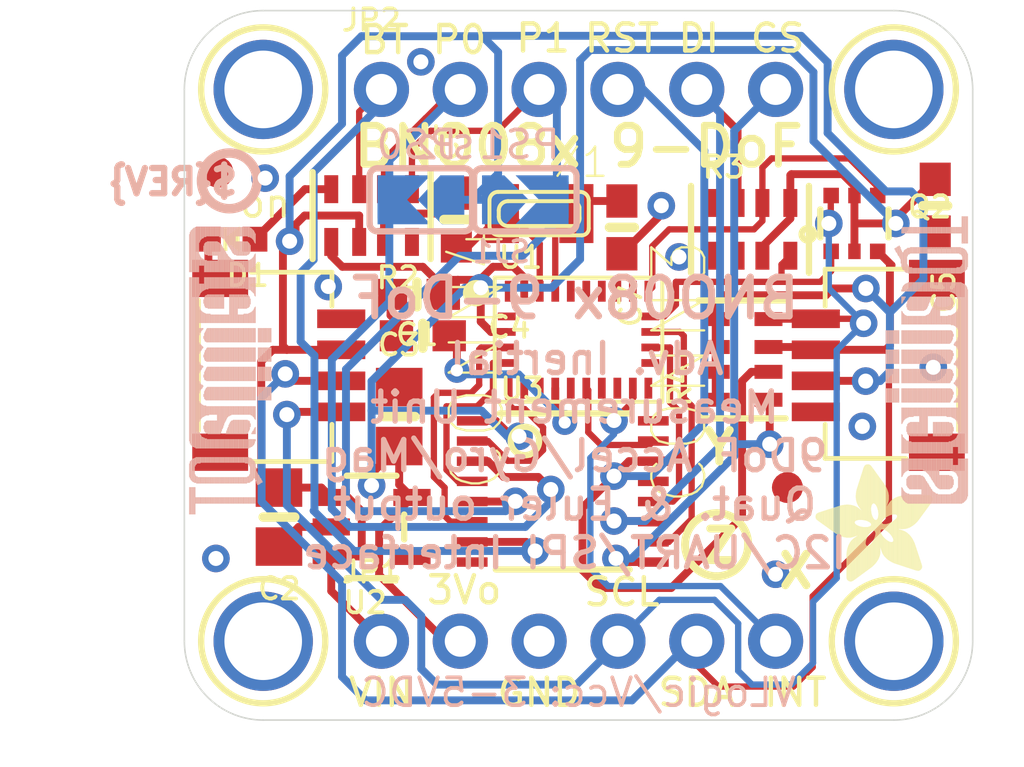
<source format=kicad_pcb>
(kicad_pcb (version 20241229) (generator "pcbnew") (generator_version "9.0")
  (layers (0 "F.Cu" signal) (2 "B.Cu" signal) (13 "F.Paste" user) (15 "B.Paste" user) (5 "F.SilkS" user "F.Silkscreen") (7 "B.SilkS" user "B.Silkscreen") (1 "F.Mask" user) (3 "B.Mask" user) (25 "Edge.Cuts" user))
  (net 0 "")
  (net 1 "GND")
  (net 2 "SDA/MISO/TX")
  (net 3 "SCL/SCK/RX")
  (net 4 "SCL_3V")
  (net 5 "SDA_3V")
  (net 6 "3.3V")
  (net 7 "INT")
  (net 8 "VCC")
  (net 9 "N$1")
  (net 10 "CAP")
  (net 11 "XIN")
  (net 12 "XOUT")
  (net 13 "RST_3V")
  (net 14 "PS1")
  (net 15 "PS0")
  (net 16 "RST")
  (net 17 "MOSI_3V")
  (net 18 "CS_3V")
  (net 19 "MOSI")
  (net 20 "BOOT")
  (net 21 "BOOT_3V")
  (net 22 "PS1_3V")
  (net 23 "PS0_3V")
  (net 24 "CS")
  (footprint "ADAFRUIT_3.5MM" (layer "F.Cu") (at 159.9311 111.9886 90)
    (property "Reference" "U$22" (hide yes))
    (property "Value" "" (hide yes))
  )
  (footprint "MOUNTINGHOLE_2.5_PLATED" (layer "F.Cu") (at 138.3411 113.8936)
    (property "Reference" "U$19" (hide yes))
    (property "Value" "MOUNTINGHOLE2.5" (hide yes))
  )
  (footprint "0603-NO" (layer "F.Cu") (at 149.8981 100.5586 -90)
    (property "Reference" "C7")
    (property "Value" "22pF")
  )
  (footprint "CHIPLED_0603_NOOUTLINE" (layer "F.Cu") (at 137.3251 100.9396 90)
    (property "Reference" "D1")
    (property "Value" "GREEN")
  )
  (footprint "FIDUCIAL_1MM" (layer "F.Cu") (at 136.8806 98.7806)
    (property "Reference" "FID3" (hide yes))
    (property "Value" "FIDUCIAL_1MM" (hide yes))
  )
  (footprint "JST_SH4" (layer "F.Cu") (at 158.6611 105.0036 90)
    (property "Reference" "CONN3")
    (property "Value" "STEMMA_I2C_QT" (hide yes))
  )
  (footprint "MOUNTINGHOLE_2.5_PLATED" (layer "F.Cu") (at 158.6611 113.8936)
    (property "Reference" "U$21" (hide yes))
    (property "Value" "MOUNTINGHOLE2.5" (hide yes))
  )
  (footprint "TSSOP16" (layer "F.Cu") (at 147.9931 109.0676 -90)
    (property "Reference" "U3")
    (property "Value" "74AHC4050")
  )
  (footprint "JST_SH4" (layer "F.Cu") (at 138.3411 105.0036 -90)
    (property "Reference" "CONN4")
    (property "Value" "STEMMA_I2C_QT" (hide yes))
  )
  (footprint "RESPACK_4X0603" (layer "F.Cu") (at 154.0256 100.6221)
    (property "Reference" "R3")
    (property "Value" "10K")
  )
  (footprint "1X06_ROUND_70" (layer "F.Cu") (at 148.5011 96.1136)
    (property "Reference" "JP2")
    (property "Value" "")
  )
  (footprint "BNO080" (layer "F.Cu") (at 148.5011 104.1781)
    (property "Reference" "U1")
    (property "Value" "BNO080")
  )
  (footprint "SOT23-5" (layer "F.Cu") (at 141.8336 110.2106 -90)
    (property "Reference" "U2")
    (property "Value" "AP2112K-3.3")
  )
  (footprint "0603-NO" (layer "F.Cu") (at 144.5641 100.3046 90)
    (property "Reference" "C6")
    (property "Value" "22pF")
  )
  (footprint "1X06_ROUND_70" (layer "F.Cu") (at 148.5011 113.8936)
    (property "Reference" "JP1")
    (property "Value" "")
  )
  (footprint "0805-NO" (layer "F.Cu") (at 142.7226 106.6546 90)
    (property "Reference" "C3")
    (property "Value" "10uF")
  )
  (footprint "0603-NO" (layer "F.Cu") (at 143.4846 104.0511)
    (property "Reference" "C4")
    (property "Value" "0.1uF")
  )
  (footprint "SOT363" (layer "F.Cu") (at 157.3911 100.4316)
    (property "Reference" "Q2")
    (property "Value" "BSS138")
  )
  (footprint "0603-NO" (layer "F.Cu") (at 143.2941 102.7176 180)
    (property "Reference" "C1")
    (property "Value" "0.1uF")
  )
  (footprint "FIDUCIAL_1MM" (layer "F.Cu") (at 155.2321 108.9406)
    (property "Reference" "FID4" (hide yes))
    (property "Value" "FIDUCIAL_1MM" (hide yes))
  )
  (footprint "0603-NO" (layer "F.Cu") (at 159.9946 99.8601 -90)
    (property "Reference" "C5")
    (property "Value" "0.1uF")
  )
  (footprint "MOUNTINGHOLE_2.5_PLATED" (layer "F.Cu") (at 158.6611 96.1136)
    (property "Reference" "U$17" (hide yes))
    (property "Value" "MOUNTINGHOLE2.5" (hide yes))
  )
  (footprint "MOUNTINGHOLE_2.5_PLATED" (layer "F.Cu") (at 138.3411 96.1136)
    (property "Reference" "U$1" (hide yes))
    (property "Value" "MOUNTINGHOLE2.5" (hide yes))
  )
  (footprint "0805-NO" (layer "F.Cu") (at 138.8491 109.8931 -90)
    (property "Reference" "C2")
    (property "Value" "10uF")
  )
  (footprint "RESPACK_4X0603" (layer "F.Cu") (at 153.7716 104.8131 90)
    (property "Reference" "R4")
    (property "Value" "10K")
  )
  (footprint "XTAL3215" (layer "F.Cu") (at 147.2311 100.1141 180)
    (property "Reference" "X1")
    (property "Value" "32.768")
  )
  (footprint "RESPACK_4X0603" (layer "F.Cu") (at 141.8336 100.1776 180)
    (property "Reference" "R2")
    (property "Value" "10K")
  )
  (footprint "STEMMAQT" (layer "B.Cu") (at 138.5951 100.5586 -90)
    (property "Reference" "U$31" (hide yes))
    (property "Value" "" (hide yes))
  )
  (footprint "SOLDERJUMPER_ARROW_NOPASTE" (layer "B.Cu") (at 143.4211 99.6696 180)
    (property "Reference" "SJ2")
    (property "Value" "PS0")
  )
  (footprint "STEMMAQT" (layer "B.Cu") (at 158.4071 109.4486 90)
    (property "Reference" "U$30" (hide yes))
    (property "Value" "" (hide yes))
  )
  (footprint "PCBFEAT-REV-040" (layer "B.Cu") (at 137.2489 99.06 180)
    (property "Reference" "U$25" (hide yes))
    (property "Value" "" (hide yes))
  )
  (footprint "SOLDERJUMPER_ARROW_NOPASTE" (layer "B.Cu") (at 146.7866 99.6696)
    (property "Reference" "SJ1")
    (property "Value" "PS1")
  )
  (gr_arc (start 152.9501 111.7991) (mid 152.23168 111.50152) (end 151.9341 110.7831) (stroke (width 0.254)) (layer "F.SilkS"))
  (gr_arc (start 152.9501 109.7671) (mid 153.673733 110.059467) (end 153.9661 110.7831) (stroke (width 0.254)) (layer "F.SilkS"))
  (gr_arc (start 151.9341 110.7831) (mid 152.23168 110.06468) (end 152.9501 109.7671) (stroke (width 0.254)) (layer "F.SilkS"))
  (gr_arc (start 153.9661 110.7831) (mid 153.66852 111.50152) (end 152.9501 111.7991) (stroke (width 0.254)) (layer "F.SilkS"))
  (gr_line (start 135.8011 96.1136) (end 135.8011 113.8936) (stroke (width 0.05)) (layer "Edge.Cuts"))
  (gr_line (start 158.6611 93.5736) (end 138.3411 93.5736) (stroke (width 0.05)) (layer "Edge.Cuts"))
  (gr_arc (start 161.2011 113.8936) (mid 160.457151 115.689651) (end 158.6611 116.4336) (stroke (width 0.05)) (layer "Edge.Cuts"))
  (gr_arc (start 138.3411 116.4336) (mid 136.545049 115.689651) (end 135.8011 113.8936) (stroke (width 0.05)) (layer "Edge.Cuts"))
  (gr_arc (start 135.8011 96.1136) (mid 136.545049 94.317549) (end 138.3411 93.5736) (stroke (width 0.05)) (layer "Edge.Cuts"))
  (gr_arc (start 158.6611 93.5736) (mid 160.457151 94.317549) (end 161.2011 96.1136) (stroke (width 0.05)) (layer "Edge.Cuts"))
  (gr_line (start 161.2011 113.8936) (end 161.2011 96.1136) (stroke (width 0.05)) (layer "Edge.Cuts"))
  (gr_line (start 138.3411 116.4336) (end 158.6611 116.4336) (stroke (width 0.05)) (layer "Edge.Cuts"))
  (gr_text "BT" (at 142.2527 94.5134 0) (layer "F.SilkS") (effects (font (size 0.87376 0.87376) (thickness 0.14224))))
  (gr_text "VIN" (at 142.1511 115.5446 0) (layer "F.SilkS") (effects (font (size 0.87376 0.87376) (thickness 0.14224))))
  (gr_text "GND" (at 147.2311 115.5446 0) (layer "F.SilkS") (effects (font (size 0.87376 0.87376) (thickness 0.14224))))
  (gr_text "X" (at 154.852681 112.22836 0) (layer "F.SilkS") (effects (font (size 1.016 1.016) (thickness 0.254)) (justify left bottom)))
  (gr_text "CS" (at 154.9146 94.4626 0) (layer "F.SilkS") (effects (font (size 0.87376 0.87376) (thickness 0.14224))))
  (gr_text "DI" (at 152.3746 94.4626 0) (layer "F.SilkS") (effects (font (size 0.87376 0.87376) (thickness 0.14224))))
  (gr_text "3Vo" (at 144.8181 112.2426 0) (layer "F.SilkS") (effects (font (size 0.87376 0.87376) (thickness 0.14224))))
  (gr_text "P0" (at 144.6657 94.5134 0) (layer "F.SilkS") (effects (font (size 0.87376 0.87376) (thickness 0.14224))))
  (gr_text "P1" (at 147.3581 94.4626 0) (layer "F.SilkS") (effects (font (size 0.87376 0.87376) (thickness 0.14224))))
  (gr_text "INT" (at 155.4861 115.5446 0) (layer "F.SilkS") (effects (font (size 0.87376 0.87376) (thickness 0.14224))))
  (gr_text "Z" (at 152.4341 111.4161 0) (layer "F.SilkS") (effects (font (size 1.016 1.016) (thickness 0.254)) (justify left bottom)))
  (gr_text "Y" (at 152.4341 108.2411 0) (layer "F.SilkS") (effects (font (size 1.016 1.016) (thickness 0.254)) (justify left bottom)))
  (gr_text "BNO08x 9-DoF" (at 148.5011 97.9551 0) (layer "F.SilkS") (effects (font (size 1.25222 1.25222) (thickness 0.22098))))
  (gr_text "RST" (at 149.8981 94.4626 0) (layer "F.SilkS") (effects (font (size 0.87376 0.87376) (thickness 0.14224))))
  (gr_text "SDA" (at 152.3111 115.5446 0) (layer "F.SilkS") (effects (font (size 0.87376 0.87376) (thickness 0.14224))))
  (gr_text "on" (at 137.5156 100.3046 0) (layer "F.SilkS") (effects (font (size 0.89408 0.89408) (thickness 0.12192)) (justify left bottom)))
  (gr_text "SCL" (at 149.8981 112.3061 0) (layer "F.SilkS") (effects (font (size 0.87376 0.87376) (thickness 0.14224))))
  (gr_text "PS0" (at 143.2941 97.8916 -0) (layer "B.SilkS") (effects (font (size 0.89408 0.89408) (thickness 0.12192)) (justify mirror)))
  (gr_text "Adv. Inertial \nMeasurement Unit\n9DoF Accel/Gyro/Mag\nQuat. & Euler output\nI2C/UART/SPI Interface" (at 148.3741 107.9246 -0) (layer "B.SilkS") (effects (font (size 0.97155 0.97155) (thickness 0.17145)) (justify mirror)))
  (gr_text "PS1" (at 146.5961 97.8916 -0) (layer "B.SilkS") (effects (font (size 0.89408 0.89408) (thickness 0.12192)) (justify mirror)))
  (gr_text "VLogic/Vcc: 3-5VDC" (at 148.5011 115.5446 -0) (layer "B.SilkS") (effects (font (size 0.89408 0.89408) (thickness 0.12192)) (justify mirror)))
  (gr_text "BNO08x 9-DoF" (at 148.3741 102.8446 -0) (layer "B.SilkS") (effects (font (size 1.25222 1.25222) (thickness 0.22098)) (justify mirror)))
  (segment (start 143.9046 100.1141) (end 144.5641 99.4546) (width 0.254) (layer "F.Cu") (net 1))
  (segment (start 142.2336 101.0276) (end 142.2336 100.1141) (width 0.254) (layer "F.Cu") (net 1))
  (segment (start 142.4441 103.3916) (end 142.4441 102.7176) (width 0.254) (layer "F.Cu") (net 1))
  (segment (start 136.5751 101.8236) (end 136.9551 102.2036) (width 0.254) (layer "F.Cu") (net 1))
  (segment (start 139.4816 110.2106) (end 138.8491 110.8431) (width 0.254) (layer "F.Cu") (net 1))
  (segment (start 142.6346 103.5821) (end 142.4441 103.3916) (width 0.254) (layer "F.Cu") (net 1))
  (segment (start 140.5335 110.2106) (end 139.4816 110.2106) (width 0.254) (layer "F.Cu") (net 1))
  (segment (start 142.6346 104.0511) (end 142.6346 103.5821) (width 0.254) (layer "F.Cu") (net 1))
  (segment (start 151.1681 100.1386) (end 151.1681 99.8601) (width 0.254) (layer "F.Cu") (net 1))
  (segment (start 142.2336 100.1141) (end 143.9046 100.1141) (width 0.254) (layer "F.Cu") (net 1))
  (segment (start 149.8981 101.4086) (end 151.1681 100.1386) (width 0.254) (layer "F.Cu") (net 1))
  (segment (start 136.5751 100.9396) (end 136.5751 101.8236) (width 0.254) (layer "F.Cu") (net 1))
  (via (at 143.4211 95.2246) (size 0.889) (drill 0.4826) (layers "F.Cu" "B.Cu") (net 1))
  (via (at 151.7396 101.5111) (size 0.889) (drill 0.4826) (layers "F.Cu" "B.Cu") (net 1))
  (via (at 136.8171 111.2266) (size 0.889) (drill 0.4826) (layers "F.Cu" "B.Cu") (net 1))
  (via (at 157.6451 106.9721) (size 0.889) (drill 0.4826) (layers "F.Cu" "B.Cu") (net 1))
  (via (at 159.9311 105.0671) (size 0.889) (drill 0.4826) (layers "F.Cu" "B.Cu") (net 1))
  (via (at 140.4366 102.4636) (size 0.889) (drill 0.4826) (layers "F.Cu" "B.Cu") (net 1))
  (via (at 151.1681 99.8601) (size 0.889) (drill 0.4826) (layers "F.Cu" "B.Cu") (net 1))
  (via (at 154.8511 111.7346) (size 0.889) (drill 0.4826) (layers "F.Cu" "B.Cu") (net 1))
  (via (at 138.4046 98.9711) (size 0.889) (drill 0.4826) (layers "F.Cu" "B.Cu") (net 1))
  (segment (start 153.0096 115.3541) (end 155.4226 115.3541) (width 0.2032) (layer "F.Cu") (net 2))
  (segment (start 158.1411 101.3316) (end 158.5856 101.7761) (width 0.254) (layer "F.Cu") (net 2))
  (segment (start 158.3991 104.5036) (end 156.1471 104.5036) (width 0.254) (layer "F.Cu") (net 2))
  (segment (start 158.50235 104.40035) (end 158.3991 104.5036) (width 0.254) (layer "F.Cu") (net 2))
  (segment (start 156.0566 104.4131) (end 156.1471 104.5036) (width 0.254) (layer "F.Cu") (net 2))
  (segment (start 152.3111 114.6556) (end 153.0096 115.3541) (width 0.2032) (layer "F.Cu") (net 2))
  (segment (start 158.5341 101.7761) (end 158.5341 104.3686) (width 0.254) (layer "F.Cu") (net 2))
  (segment (start 158.50235 109.98835) (end 158.50235 104.40035) (width 0.2032) (layer "F.Cu") (net 2))
  (segment (start 154.6216 104.4131) (end 156.0566 104.4131) (width 0.254) (layer "F.Cu") (net 2))
  (segment (start 156.0449 112.4458) (end 158.50235 109.98835) (width 0.2032) (layer "F.Cu") (net 2))
  (segment (start 155.4226 115.3541) (end 156.0449 114.7318) (width 0.2032) (layer "F.Cu") (net 2))
  (segment (start 156.0449 114.7318) (end 156.0449 112.4458) (width 0.2032) (layer "F.Cu") (net 2))
  (segment (start 158.5341 101.7761) (end 158.5856 101.7761) (width 0.254) (layer "F.Cu") (net 2))
  (segment (start 152.3111 113.8936) (end 152.3111 114.6556) (width 0.2032) (layer "F.Cu") (net 2))
  (segment (start 158.5341 104.3686) (end 158.50235 104.40035) (width 0.254) (layer "F.Cu") (net 2))
  (segment (start 140.8551 105.5036) (end 139.2776 105.5036) (width 0.254) (layer "F.Cu") (net 2))
  (segment (start 139.2776 105.5036) (end 139.0523 105.2783) (width 0.254) (layer "F.Cu") (net 2))
  (via (at 139.0523 105.2783) (size 0.889) (drill 0.4826) (layers "F.Cu" "B.Cu") (net 2))
  (segment (start 140.8811 111.9886) (end 140.8811 115.0366) (width 0.254) (layer "B.Cu") (net 2))
  (segment (start 140.8811 115.0366) (end 141.6431 115.7986) (width 0.254) (layer "B.Cu") (net 2))
  (segment (start 141.6431 115.7986) (end 150.225312 115.7986) (width 0.254) (layer "B.Cu") (net 2))
  (segment (start 138.2903 109.3978) (end 140.8811 111.9886) (width 0.254) (layer "B.Cu") (net 2))
  (segment (start 139.0523 105.2783) (end 138.2903 106.0403) (width 0.254) (layer "B.Cu") (net 2))
  (segment (start 152.130312 113.8936) (end 152.3111 113.8936) (width 0.254) (layer "B.Cu") (net 2))
  (segment (start 150.225312 115.7986) (end 152.130312 113.8936) (width 0.254) (layer "B.Cu") (net 2))
  (segment (start 138.2903 106.0403) (end 138.2903 109.3978) (width 0.254) (layer "B.Cu") (net 2))
  (segment (start 139.1906 106.5036) (end 139.1031 106.5911) (width 0.254) (layer "F.Cu") (net 3))
  (segment (start 156.6291 99.5436) (end 156.6291 100.3681) (width 0.2032) (layer "F.Cu") (net 3))
  (segment (start 156.5656 100.4316) (end 156.6291 100.3681) (width 0.2032) (layer "F.Cu") (net 3))
  (segment (start 154.6311 103.5036) (end 155.9306 103.5036) (width 0.254) (layer "F.Cu") (net 3))
  (segment (start 157.687153 103.648654) (end 157.5421 103.5036) (width 0.2032) (layer "F.Cu") (net 3))
  (segment (start 155.9306 103.5036) (end 156.1471 103.5036) (width 0.2032) (layer "F.Cu") (net 3))
  (segment (start 140.8551 106.5036) (end 139.1906 106.5036) (width 0.254) (layer "F.Cu") (net 3))
  (segment (start 157.5421 103.5036) (end 156.1471 103.5036) (width 0.2032) (layer "F.Cu") (net 3))
  (segment (start 154.6216 103.5131) (end 154.6311 103.5036) (width 0.254) (layer "F.Cu") (net 3))
  (segment (start 156.6411 99.5316) (end 156.6291 99.5436) (width 0.2032) (layer "F.Cu") (net 3))
  (via (at 139.1031 106.5911) (size 0.889) (drill 0.4826) (layers "F.Cu" "B.Cu") (net 3))
  (via (at 156.5656 100.4316) (size 0.889) (drill 0.4826) (layers "F.Cu" "B.Cu") (net 3))
  (via (at 157.687153 103.648654) (size 0.889) (drill 0.4826) (layers "F.Cu" "B.Cu") (net 3))
  (segment (start 155.3591 115.2906) (end 156.0576 114.5921) (width 0.2032) (layer "B.Cu") (net 3))
  (segment (start 156.8196 111.8616) (end 156.8196 104.516207) (width 0.2032) (layer "B.Cu") (net 3))
  (segment (start 148.4376 115.2906) (end 149.7711 113.9571) (width 0.254) (layer "B.Cu") (net 3))
  (segment (start 157.687153 103.648654) (end 156.5656 102.5271) (width 0.2032) (layer "B.Cu") (net 3))
  (segment (start 142.1511 112.5601) (end 142.9131 112.5601) (width 0.254) (layer "B.Cu") (net 3))
  (segment (start 152.8826 112.5601) (end 153.6446 113.3221) (width 0.2032) (layer "B.Cu") (net 3))
  (segment (start 139.1031 109.5121) (end 142.1511 112.5601) (width 0.254) (layer "B.Cu") (net 3))
  (segment (start 156.8196 104.516207) (end 157.687153 103.648654) (width 0.2032) (layer "B.Cu") (net 3))
  (segment (start 139.1031 106.5911) (end 139.1031 109.5121) (width 0.254) (layer "B.Cu") (net 3))
  (segment (start 156.0576 112.6236) (end 156.8196 111.8616) (width 0.2032) (layer "B.Cu") (net 3))
  (segment (start 143.4338 113.0808) (end 143.4338 114.7826) (width 0.254) (layer "B.Cu") (net 3))
  (segment (start 151.1046 112.5601) (end 152.8826 112.5601) (width 0.2032) (layer "B.Cu") (net 3))
  (segment (start 156.0576 114.5921) (end 156.0576 112.6236) (width 0.2032) (layer "B.Cu") (net 3))
  (segment (start 153.6446 114.8461) (end 154.0891 115.2906) (width 0.2032) (layer "B.Cu") (net 3))
  (segment (start 154.0891 115.2906) (end 155.3591 115.2906) (width 0.2032) (layer "B.Cu") (net 3))
  (segment (start 143.9418 115.2906) (end 148.4376 115.2906) (width 0.254) (layer "B.Cu") (net 3))
  (segment (start 156.5656 100.4316) (end 156.5656 102.5271) (width 0.2032) (layer "B.Cu") (net 3))
  (segment (start 143.4338 114.7826) (end 143.9418 115.2906) (width 0.254) (layer "B.Cu") (net 3))
  (segment (start 149.7711 113.8936) (end 151.1046 112.5601) (width 0.2032) (layer "B.Cu") (net 3))
  (segment (start 149.7711 113.9571) (end 149.7711 113.8936) (width 0.254) (layer "B.Cu") (net 3))
  (segment (start 153.6446 113.3221) (end 153.6446 114.8461) (width 0.2032) (layer "B.Cu") (net 3))
  (segment (start 142.9131 112.5601) (end 143.4338 113.0808) (width 0.254) (layer "B.Cu") (net 3))
  (segment (start 150.8136 103.4281) (end 151.2581 103.4281) (width 0.2032) (layer "F.Cu") (net 4))
  (segment (start 151.6391 102.3141) (end 151.6391 103.0471) (width 0.2032) (layer "F.Cu") (net 4))
  (segment (start 151.6391 103.0471) (end 151.2581 103.4281) (width 0.2032) (layer "F.Cu") (net 4))
  (segment (start 156.6411 101.3316) (end 156.6411 101.9666) (width 0.2032) (layer "F.Cu") (net 4))
  (segment (start 155.3256 101.4721) (end 155.0416 101.7561) (width 0.2032) (layer "F.Cu") (net 4))
  (segment (start 155.0416 102.3141) (end 151.6391 102.3141) (width 0.2032) (layer "F.Cu") (net 4))
  (segment (start 155.0416 101.7561) (end 155.0416 102.3141) (width 0.2032) (layer "F.Cu") (net 4))
  (segment (start 156.2936 102.3141) (end 155.0416 102.3141) (width 0.2032) (layer "F.Cu") (net 4))
  (segment (start 156.6411 101.9666) (end 156.2936 102.3141) (width 0.2032) (layer "F.Cu") (net 4))
  (segment (start 154.4256 98.6346) (end 154.4256 99.7721) (width 0.2032) (layer "F.Cu") (net 5))
  (segment (start 150.8781 101.1661) (end 150.8781 102.4886) (width 0.2032) (layer "F.Cu") (net 5))
  (segment (start 154.7241 98.3361) (end 154.4256 98.6346) (width 0.2032) (layer "F.Cu") (net 5))
  (segment (start 157.2641 98.3361) (end 154.7241 98.3361) (width 0.2032) (layer "F.Cu") (net 5))
  (segment (start 154.4256 100.3491) (end 154.4256 99.7721) (width 0.2032) (layer "F.Cu") (net 5))
  (segment (start 150.7511 102.6156) (end 150.8781 102.4886) (width 0.2032) (layer "F.Cu") (net 5))
  (segment (start 150.8781 101.1661) (end 151.4221 100.6221) (width 0.2032) (layer "F.Cu") (net 5))
  (segment (start 154.1526 100.6221) (end 154.4256 100.3491) (width 0.2032) (layer "F.Cu") (net 5))
  (segment (start 158.1411 99.2131) (end 157.2641 98.3361) (width 0.254) (layer "F.Cu") (net 5))
  (segment (start 151.4221 100.6221) (end 154.1526 100.6221) (width 0.2032) (layer "F.Cu") (net 5))
  (segment (start 158.1411 99.5316) (end 158.1411 99.2131) (width 0.254) (layer "F.Cu") (net 5))
  (segment (start 144.207225 113.8936) (end 142.0765 111.762875) (width 0.254) (layer "F.Cu") (net 6))
  (segment (start 140.5336 101.0276) (end 140.5336 101.4721) (width 0.254) (layer "F.Cu") (net 6))
  (segment (start 142.7226 107.6046) (end 141.8336 108.4936) (width 0.254) (layer "F.Cu") (net 6))
  (segment (start 143.4846 101.8286) (end 140.8901 101.8286) (width 0.254) (layer "F.Cu") (net 6))
  (segment (start 141.8336 108.8771) (end 141.8336 108.4936) (width 0.254) (layer "F.Cu") (net 6))
  (segment (start 155.3591 98.8441) (end 157.0101 98.8441) (width 0.254) (layer "F.Cu") (net 6))
  (segment (start 157.3911 101.3316) (end 157.3911 100.3681) (width 0.254) (layer "F.Cu") (net 6))
  (segment (start 144.6911 113.8936) (end 144.207225 113.8936) (width 0.254) (layer "F.Cu") (net 6))
  (segment (start 154.4256 101.1746) (end 154.4256 101.4721) (width 0.254) (layer "F.Cu") (net 6))
  (segment (start 158.7246 100.4316) (end 157.4546 100.4316) (width 0.254) (layer "F.Cu") (net 6))
  (segment (start 145.6806 103.9281) (end 145.3506 103.5981) (width 0.254) (layer "F.Cu") (net 6))
  (segment (start 155.3256 98.8776) (end 155.3591 98.8441) (width 0.254) (layer "F.Cu") (net 6))
  (segment (start 146.1886 103.9281) (end 145.6806 103.9281) (width 0.254) (layer "F.Cu") (net 6))
  (segment (start 157.3911 100.3681) (end 157.3911 99.5316) (width 0.254) (layer "F.Cu") (net 6))
  (segment (start 155.3256 99.7721) (end 155.3256 100.2746) (width 0.254) (layer "F.Cu") (net 6))
  (segment (start 146.5834 107.2896) (end 146.3343 107.2896) (width 0.254) (layer "F.Cu") (net 6))
  (segment (start 140.8901 101.8286) (end 140.5336 101.4721) (width 0.254) (layer "F.Cu") (net 6))
  (segment (start 143.9046 102.2486) (end 144.6131 102.2486) (width 0.254) (layer "F.Cu") (net 6))
  (segment (start 142.7226 108.8495) (end 142.7226 107.6046) (width 0.254) (layer "F.Cu") (net 6))
  (segment (start 143.1337 109.2606) (end 142.7226 108.8495) (width 0.254) (layer "F.Cu") (net 6))
  (segment (start 145.3506 103.5981) (end 145.3506 102.5026) (width 0.254) (layer "F.Cu") (net 6))
  (segment (start 157.4546 100.4316) (end 157.3911 100.3681) (width 0.254) (layer "F.Cu") (net 6))
  (segment (start 155.3256 100.2746) (end 154.4256 101.1746) (width 0.254) (layer "F.Cu") (net 6))
  (segment (start 146.3343 107.2896) (end 145.8373 106.7926) (width 0.254) (layer "F.Cu") (net 6))
  (segment (start 145.7461 101.8286) (end 145.3261 102.2486) (width 0.254) (layer "F.Cu") (net 6))
  (segment (start 145.0721 102.5026) (end 145.3506 102.5026) (width 0.254) (layer "F.Cu") (net 6))
  (segment (start 159.9946 99.0101) (end 158.7246 100.2801) (width 0.254) (layer "F.Cu") (net 6))
  (segment (start 144.1441 102.7176) (end 144.6131 102.2486) (width 0.254) (layer "F.Cu") (net 6))
  (segment (start 143.4846 101.8286) (end 143.9046 102.2486) (width 0.254) (layer "F.Cu") (net 6))
  (segment (start 144.6131 102.2486) (end 145.3261 102.2486) (width 0.254) (layer "F.Cu") (net 6))
  (segment (start 158.7246 100.2801) (end 158.7246 100.4316) (width 0.254) (layer "F.Cu") (net 6))
  (segment (start 142.0765 110.3178) (end 142.0765 111.762875) (width 0.254) (layer "F.Cu") (net 6))
  (segment (start 143.1337 109.2606) (end 142.0765 110.3178) (width 0.254) (layer "F.Cu") (net 6))
  (segment (start 155.3256 99.7721) (end 155.3256 98.8776) (width 0.254) (layer "F.Cu") (net 6))
  (segment (start 146.7511 102.1741) (end 146.4056 101.8286) (width 0.254) (layer "F.Cu") (net 6))
  (segment (start 157.3911 99.2251) (end 157.3911 99.5316) (width 0.254) (layer "F.Cu") (net 6))
  (segment (start 146.7511 102.6156) (end 146.7511 102.1741) (width 0.254) (layer "F.Cu") (net 6))
  (segment (start 146.4056 101.8286) (end 145.7461 101.8286) (width 0.254) (layer "F.Cu") (net 6))
  (segment (start 145.0753 106.7926) (end 145.8373 106.7926) (width 0.254) (layer "F.Cu") (net 6))
  (segment (start 145.3261 102.2486) (end 145.0721 102.5026) (width 0.254) (layer "F.Cu") (net 6))
  (segment (start 157.0101 98.8441) (end 157.3911 99.2251) (width 0.254) (layer "F.Cu") (net 6))
  (via (at 146.5834 107.2896) (size 0.889) (drill 0.4826) (layers "F.Cu" "B.Cu") (net 6))
  (via (at 145.3506 102.5026) (size 0.889) (drill 0.4826) (layers "F.Cu" "B.Cu") (net 6))
  (via (at 141.8336 108.8771) (size 0.889) (drill 0.4826) (layers "F.Cu" "B.Cu") (net 6))
  (via (at 158.7246 100.4316) (size 0.889) (drill 0.4826) (layers "F.Cu" "B.Cu") (net 6))
  (segment (start 141.8336 105.5116) (end 141.8336 106.4641) (width 0.254) (layer "B.Cu") (net 6))
  (segment (start 146.5834 107.2896) (end 146.2024 107.2896) (width 0.254) (layer "B.Cu") (net 6))
  (segment (start 155.3591 94.8436) (end 156.0703 95.5548) (width 0.254) (layer "B.Cu") (net 6))
  (segment (start 148.5519 101.5873) (end 148.5519 95.1738) (width 0.254) (layer "B.Cu") (net 6))
  (segment (start 156.0703 97.7773) (end 158.7246 100.4316) (width 0.254) (layer "B.Cu") (net 6))
  (segment (start 145.3506 102.5026) (end 147.6366 102.5026) (width 0.254) (layer "B.Cu") (net 6))
  (segment (start 148.5519 101.5873) (end 147.6366 102.5026) (width 0.254) (layer "B.Cu") (net 6))
  (segment (start 146.2024 107.2896) (end 145.3769 106.4641) (width 0.254) (layer "B.Cu") (net 6))
  (segment (start 145.3769 106.4641) (end 141.8336 106.4641) (width 0.254) (layer "B.Cu") (net 6))
  (segment (start 144.8426 102.5026) (end 141.8336 105.5116) (width 0.254) (layer "B.Cu") (net 6))
  (segment (start 141.8336 106.4641) (end 141.8336 108.8771) (width 0.254) (layer "B.Cu") (net 6))
  (segment (start 148.8821 94.8436) (end 155.3591 94.8436) (width 0.254) (layer "B.Cu") (net 6))
  (segment (start 145.3506 102.5026) (end 144.8426 102.5026) (width 0.254) (layer "B.Cu") (net 6))
  (segment (start 148.5519 95.1738) (end 148.8821 94.8436) (width 0.254) (layer "B.Cu") (net 6))
  (segment (start 156.0703 95.5548) (end 156.0703 97.7773) (width 0.254) (layer "B.Cu") (net 6))
  (segment (start 150.2511 105.7406) (end 150.2511 106.1746) (width 0.2032) (layer "F.Cu") (net 7))
  (segment (start 150.2511 106.1746) (end 149.6441 106.7816) (width 0.2032) (layer "F.Cu") (net 7))
  (via (at 149.6441 106.7816) (size 0.889) (drill 0.4826) (layers "F.Cu" "B.Cu") (net 7))
  (segment (start 149.4536 112.1156) (end 153.0731 112.1156) (width 0.2032) (layer "B.Cu") (net 7))
  (segment (start 149.6441 107.2261) (end 148.8821 107.9881) (width 0.2032) (layer "B.Cu") (net 7))
  (segment (start 148.8821 107.9881) (end 148.8821 111.5441) (width 0.2032) (layer "B.Cu") (net 7))
  (segment (start 148.8821 111.5441) (end 149.4536 112.1156) (width 0.2032) (layer "B.Cu") (net 7))
  (segment (start 149.6441 106.7816) (end 149.6441 107.2261) (width 0.2032) (layer "B.Cu") (net 7))
  (segment (start 153.0731 112.1156) (end 154.8511 113.8936) (width 0.2032) (layer "B.Cu") (net 7))
  (segment (start 141.0716 109.2606) (end 141.5161 109.7051) (width 0.254) (layer "F.Cu") (net 8))
  (segment (start 152.9216 106.1131) (end 152.9216 105.2131) (width 0.254) (layer "F.Cu") (net 8))
  (segment (start 153.1718 102.7459) (end 156.472462 102.7459) (width 0.254) (layer "F.Cu") (net 8))
  (segment (start 152.9216 103.5131) (end 152.9216 102.9961) (width 0.254) (layer "F.Cu") (net 8))
  (segment (start 152.9216 105.2131) (end 152.9216 104.4131) (width 0.254) (layer "F.Cu") (net 8))
  (segment (start 141.4526 111.1606) (end 140.5335 111.1606) (width 0.254) (layer "F.Cu") (net 8))
  (segment (start 139.192 101.0031) (end 139.3825 100.8126) (width 0.254) (layer "F.Cu") (net 8))
  (segment (start 152.9216 102.9961) (end 153.1718 102.7459) (width 0.254) (layer "F.Cu") (net 8))
  (segment (start 141.5161 109.7051) (end 141.5161 111.0971) (width 0.254) (layer "F.Cu") (net 8))
  (segment (start 141.0716 109.2606) (end 140.5335 109.2606) (width 0.254) (layer "F.Cu") (net 8))
  (segment (start 139.192 101.0031) (end 138.9761 101.219) (width 0.254) (layer "F.Cu") (net 8))
  (segment (start 138.6506 104.5036) (end 138.2776 104.8766) (width 0.254) (layer "F.Cu") (net 8))
  (segment (start 156.691262 102.5271) (end 157.7594 102.5271) (width 0.254) (layer "F.Cu") (net 8))
  (segment (start 157.74505 105.5036) (end 157.75305 105.5116) (width 0.254) (layer "F.Cu") (net 8))
  (segment (start 139.3825 100.8126) (end 139.3825 100.4697) (width 0.254) (layer "F.Cu") (net 8))
  (segment (start 138.9761 101.219) (end 138.9761 104.3766) (width 0.254) (layer "F.Cu") (net 8))
  (segment (start 156.1471 105.5036) (end 157.74505 105.5036) (width 0.254) (layer "F.Cu") (net 8))
  (segment (start 138.2776 104.8766) (end 138.2776 108.3716) (width 0.254) (layer "F.Cu") (net 8))
  (segment (start 140.216 108.9431) (end 138.8491 108.9431) (width 0.254) (layer "F.Cu") (net 8))
  (segment (start 138.2776 108.3716) (end 138.8491 108.9431) (width 0.254) (layer "F.Cu") (net 8))
  (segment (start 140.8551 104.5036) (end 139.1031 104.5036) (width 0.254) (layer "F.Cu") (net 8))
  (segment (start 139.6746 100.1776) (end 139.3825 100.4697) (width 0.254) (layer "F.Cu") (net 8))
  (segment (start 141.4336 101.0276) (end 141.4336 100.1776) (width 0.254) (layer "F.Cu") (net 8))
  (segment (start 142.1511 113.8936) (end 140.5335 112.276) (width 0.254) (layer "F.Cu") (net 8))
  (segment (start 152.9216 104.4131) (end 152.9216 103.5131) (width 0.254) (layer "F.Cu") (net 8))
  (segment (start 141.4336 100.1776) (end 139.6746 100.1776) (width 0.254) (layer "F.Cu") (net 8))
  (segment (start 141.5161 111.0971) (end 141.4526 111.1606) (width 0.254) (layer "F.Cu") (net 8))
  (segment (start 156.472462 102.7459) (end 156.691262 102.5271) (width 0.254) (layer "F.Cu") (net 8))
  (segment (start 140.5335 109.2606) (end 140.216 108.9431) (width 0.254) (layer "F.Cu") (net 8))
  (segment (start 139.1031 104.5036) (end 138.6506 104.5036) (width 0.254) (layer "F.Cu") (net 8))
  (segment (start 140.5335 112.276) (end 140.5335 111.1606) (width 0.254) (layer "F.Cu") (net 8))
  (segment (start 138.9761 104.3766) (end 139.1031 104.5036) (width 0.254) (layer "F.Cu") (net 8))
  (via (at 157.75305 105.5116) (size 0.889) (drill 0.4826) (layers "F.Cu" "B.Cu") (net 8))
  (via (at 139.192 101.0031) (size 0.889) (drill 0.4826) (layers "F.Cu" "B.Cu") (net 8))
  (via (at 157.7594 102.5271) (size 0.889) (drill 0.4826) (layers "F.Cu" "B.Cu") (net 8))
  (segment (start 145.399312 94.3991) (end 145.386612 94.3864) (width 0.254) (layer "B.Cu") (net 8))
  (segment (start 157.7594 102.5271) (end 158.5341 103.3018) (width 0.254) (layer "B.Cu") (net 8))
  (segment (start 158.2166 105.5116) (end 158.5341 105.1941) (width 0.254) (layer "B.Cu") (net 8))
  (segment (start 144.4371 99.6696) (end 145.0721 99.6696) (width 0.254) (layer "B.Cu") (net 8))
  (segment (start 145.9103 94.910088) (end 145.399312 94.3991) (width 0.254) (layer "B.Cu") (net 8))
  (segment (start 140.8811 95.024388) (end 140.8811 97.221857) (width 0.254) (layer "B.Cu") (net 8))
  (segment (start 139.192 98.910957) (end 139.192 101.0031) (width 0.254) (layer "B.Cu") (net 8))
  (segment (start 158.5341 103.3018) (end 159.6136 102.2223) (width 0.254) (layer "B.Cu") (net 8))
  (segment (start 155.675481 94.3864) (end 156.5275 95.238419) (width 0.254) (layer "B.Cu") (net 8))
  (segment (start 159.2166 99.3996) (end 158.408437 99.3996) (width 0.254) (layer "B.Cu") (net 8))
  (segment (start 141.506387 94.3991) (end 140.8811 95.024388) (width 0.254) (layer "B.Cu") (net 8))
  (segment (start 158.5341 105.1941) (end 158.5341 103.3018) (width 0.254) (layer "B.Cu") (net 8))
  (segment (start 156.5275 97.518663) (end 156.5275 95.238419) (width 0.254) (layer "B.Cu") (net 8))
  (segment (start 140.8811 97.221857) (end 139.192 98.910957) (width 0.254) (layer "B.Cu") (net 8))
  (segment (start 157.75305 105.5116) (end 158.2166 105.5116) (width 0.254) (layer "B.Cu") (net 8))
  (segment (start 145.0721 99.6696) (end 145.9103 98.8314) (width 0.254) (layer "B.Cu") (net 8))
  (segment (start 145.9103 98.8314) (end 145.9103 94.910088) (width 0.254) (layer "B.Cu") (net 8))
  (segment (start 158.408437 99.3996) (end 156.5275 97.518663) (width 0.254) (layer "B.Cu") (net 8))
  (segment (start 159.6136 99.7966) (end 159.2166 99.3996) (width 0.254) (layer "B.Cu") (net 8))
  (segment (start 145.386612 94.3864) (end 155.675481 94.3864) (width 0.254) (layer "B.Cu") (net 8))
  (segment (start 159.6136 102.2223) (end 159.6136 99.7966) (width 0.254) (layer "B.Cu") (net 8))
  (segment (start 145.0721 99.6696) (end 145.7706 99.6696) (width 0.254) (layer "B.Cu") (net 8))
  (segment (start 141.506387 94.3991) (end 145.399312 94.3991) (width 0.254) (layer "B.Cu") (net 8))
  (segment (start 140.5336 99.3276) (end 139.6871 99.3276) (width 0.254) (layer "F.Cu") (net 9))
  (segment (start 139.6871 99.3276) (end 138.0751 100.9396) (width 0.254) (layer "F.Cu") (net 9))
  (segment (start 144.580537 104.297038) (end 144.580537 105.16635) (width 0.254) (layer "F.Cu") (net 10))
  (segment (start 144.3346 104.0511) (end 144.580537 104.297038) (width 0.254) (layer "F.Cu") (net 10))
  (segment (start 147.7511 106.5396) (end 147.7511 105.7406) (width 0.254) (layer "F.Cu") (net 10))
  (segment (start 148.0566 106.8451) (end 147.7511 106.5396) (width 0.254) (layer "F.Cu") (net 10))
  (via (at 148.0566 106.8451) (size 0.8001) (drill 0.3937) (layers "F.Cu" "B.Cu") (net 10))
  (via (at 144.580537 105.16635) (size 0.8001) (drill 0.3937) (layers "F.Cu" "B.Cu") (net 10))
  (segment (start 148.0566 106.8451) (end 148.0566 106.7816) (width 0.254) (layer "B.Cu") (net 10))
  (segment (start 144.580537 105.16635) (end 144.707537 105.29335) (width 0.254) (layer "B.Cu") (net 10))
  (segment (start 148.0566 106.7816) (end 146.56835 105.29335) (width 0.254) (layer "B.Cu") (net 10))
  (segment (start 146.56835 105.29335) (end 144.707537 105.29335) (width 0.254) (layer "B.Cu") (net 10))
  (segment (start 146.2786 100.1141) (end 146.0311 100.1141) (width 0.2032) (layer "F.Cu") (net 11))
  (segment (start 144.9906 101.1546) (end 146.0311 100.1141) (width 0.2032) (layer "F.Cu") (net 11))
  (segment (start 147.2511 101.0866) (end 146.2786 100.1141) (width 0.2032) (layer "F.Cu") (net 11))
  (segment (start 144.5641 101.1546) (end 144.9906 101.1546) (width 0.2032) (layer "F.Cu") (net 11))
  (segment (start 147.2511 102.6156) (end 147.2511 101.0866) (width 0.2032) (layer "F.Cu") (net 11))
  (segment (start 148.18035 100.23785) (end 148.30735 100.23785) (width 0.2032) (layer "F.Cu") (net 12))
  (segment (start 148.4311 100.1141) (end 148.30735 100.23785) (width 0.2032) (layer "F.Cu") (net 12))
  (segment (start 149.8981 99.7086) (end 148.7096 99.7086) (width 0.254) (layer "F.Cu") (net 12))
  (segment (start 148.7096 99.7086) (end 148.18035 100.23785) (width 0.254) (layer "F.Cu") (net 12))
  (segment (start 147.7511 100.6671) (end 148.18035 100.23785) (width 0.2032) (layer "F.Cu") (net 12))
  (segment (start 147.7511 102.6156) (end 147.7511 100.6671) (width 0.2032) (layer "F.Cu") (net 12))
  (segment (start 148.8146 105.8041) (end 148.8146 107.1586) (width 0.2032) (layer "F.Cu") (net 13))
  (segment (start 150.7839 107.5696) (end 149.2256 107.5696) (width 0.2032) (layer "F.Cu") (net 13))
  (segment (start 150.7839 107.5696) (end 150.9109 107.4426) (width 0.2032) (layer "F.Cu") (net 13))
  (segment (start 148.8146 107.1586) (end 149.2256 107.5696) (width 0.2032) (layer "F.Cu") (net 13))
  (segment (start 148.7511 105.7406) (end 148.8146 105.8041) (width 0.2032) (layer "F.Cu") (net 13))
  (segment (start 143.7386 97.4471) (end 145.8976 97.4471) (width 0.2032) (layer "F.Cu") (net 14))
  (segment (start 146.4616 109.3926) (end 145.0753 109.3926) (width 0.254) (layer "F.Cu") (net 14))
  (segment (start 143.1336 98.0521) (end 143.7386 97.4471) (width 0.2032) (layer "F.Cu") (net 14))
  (segment (start 143.1336 99.3276) (end 143.1336 98.0521) (width 0.2032) (layer "F.Cu") (net 14))
  (segment (start 146.4691 109.3851) (end 146.4616 109.3926) (width 0.254) (layer "F.Cu") (net 14))
  (segment (start 145.8976 97.4471) (end 147.2311 96.1136) (width 0.2032) (layer "F.Cu") (net 14))
  (via (at 146.4691 109.3851) (size 0.889) (drill 0.4826) (layers "F.Cu" "B.Cu") (net 14))
  (segment (start 146.1516 109.7026) (end 146.4691 109.3851) (width 0.254) (layer "B.Cu") (net 14))
  (segment (start 147.8026 100.3681) (end 147.8026 99.6696) (width 0.254) (layer "B.Cu") (net 14))
  (segment (start 147.8026 96.6851) (end 147.8026 99.6696) (width 0.254) (layer "B.Cu") (net 14))
  (segment (start 147.2311 96.1136) (end 147.8026 96.6851) (width 0.254) (layer "B.Cu") (net 14))
  (segment (start 141.0081 109.337694) (end 141.373006 109.7026) (width 0.254) (layer "B.Cu") (net 14))
  (segment (start 146.687493 101.4739) (end 146.692146 101.478554) (width 0.254) (layer "B.Cu") (net 14))
  (segment (start 141.0081 109.337694) (end 141.0081 105.1306) (width 0.254) (layer "B.Cu") (net 14))
  (segment (start 144.6648 101.4739) (end 146.687493 101.4739) (width 0.254) (layer "B.Cu") (net 14))
  (segment (start 146.1516 109.7026) (end 141.373006 109.7026) (width 0.254) (layer "B.Cu") (net 14))
  (segment (start 141.0081 105.1306) (end 144.6648 101.4739) (width 0.254) (layer "B.Cu") (net 14))
  (segment (start 146.692146 101.478554) (end 147.8026 100.3681) (width 0.254) (layer "B.Cu") (net 14))
  (segment (start 143.5735 97.0407) (end 144.5006 96.1136) (width 0.2032) (layer "F.Cu") (net 15))
  (segment (start 143.570262 97.0407) (end 143.5735 97.0407) (width 0.2032) (layer "F.Cu") (net 15))
  (segment (start 144.5006 96.1136) (end 144.6911 96.1136) (width 0.2032) (layer "F.Cu") (net 15))
  (segment (start 142.2336 99.3276) (end 142.2336 98.377363) (width 0.2032) (layer "F.Cu") (net 15))
  (segment (start 147.6074 109.0041) (end 147.2039 108.6006) (width 0.254) (layer "F.Cu") (net 15))
  (segment (start 147.2039 108.6006) (end 146.0913 108.6006) (width 0.254) (layer "F.Cu") (net 15))
  (segment (start 146.0913 108.6006) (end 145.5833 108.0926) (width 0.254) (layer "F.Cu") (net 15))
  (segment (start 142.2336 98.377363) (end 143.570262 97.0407) (width 0.2032) (layer "F.Cu") (net 15))
  (segment (start 145.5833 108.0926) (end 145.0753 108.0926) (width 0.254) (layer "F.Cu") (net 15))
  (via (at 147.6074 109.0041) (size 0.889) (drill 0.4826) (layers "F.Cu" "B.Cu") (net 15))
  (segment (start 147.6074 109.3898) (end 146.7866 110.2106) (width 0.254) (layer "B.Cu") (net 15))
  (segment (start 147.6074 109.3898) (end 147.6074 109.0041) (width 0.254) (layer "B.Cu") (net 15))
  (segment (start 142.4051 99.6696) (end 142.4051 98.3996) (width 0.254) (layer "B.Cu") (net 15))
  (segment (start 141.1351 110.2106) (end 146.7866 110.2106) (width 0.254) (layer "B.Cu") (net 15))
  (segment (start 142.4051 98.3996) (end 144.6911 96.1136) (width 0.254) (layer "B.Cu") (net 15))
  (segment (start 142.4051 102.960019) (end 142.4051 99.6696) (width 0.254) (layer "B.Cu") (net 15))
  (segment (start 140.5509 104.814219) (end 142.4051 102.960019) (width 0.254) (layer "B.Cu") (net 15))
  (segment (start 140.5509 109.6264) (end 140.5509 104.814219) (width 0.254) (layer "B.Cu") (net 15))
  (segment (start 140.5509 109.6264) (end 141.1351 110.2106) (width 0.254) (layer "B.Cu") (net 15))
  (segment (start 148.6281 111.6076) (end 148.6281 109.5889) (width 0.254) (layer "F.Cu") (net 16))
  (segment (start 149.1996 112.1791) (end 148.6281 111.6076) (width 0.254) (layer "F.Cu") (net 16))
  (segment (start 150.1244 108.0926) (end 149.6441 108.5729) (width 0.254) (layer "F.Cu") (net 16))
  (segment (start 148.6281 109.5889) (end 149.6441 108.5729) (width 0.254) (layer "F.Cu") (net 16))
  (segment (start 151.4856 112.1791) (end 149.1996 112.1791) (width 0.254) (layer "F.Cu") (net 16))
  (segment (start 154.6216 105.2131) (end 154.0701 105.2131) (width 0.254) (layer "F.Cu") (net 16))
  (segment (start 150.9109 108.0926) (end 150.1244 108.0926) (width 0.254) (layer "F.Cu") (net 16))
  (segment (start 153.7716 105.5116) (end 153.7716 109.8931) (width 0.254) (layer "F.Cu") (net 16))
  (segment (start 153.7716 109.8931) (end 151.4856 112.1791) (width 0.254) (layer "F.Cu") (net 16))
  (segment (start 154.0701 105.2131) (end 153.7716 105.5116) (width 0.254) (layer "F.Cu") (net 16))
  (via (at 149.6441 108.5729) (size 0.889) (drill 0.4826) (layers "F.Cu" "B.Cu") (net 16))
  (segment (start 149.6441 108.5729) (end 150.839018 108.5729) (width 0.254) (layer "B.Cu") (net 16))
  (segment (start 152.553518 98.080232) (end 150.586887 96.1136) (width 0.254) (layer "B.Cu") (net 16))
  (segment (start 150.586887 96.1136) (end 149.7711 96.1136) (width 0.254) (layer "B.Cu") (net 16))
  (segment (start 152.553518 106.8584) (end 152.553518 98.080232) (width 0.254) (layer "B.Cu") (net 16))
  (segment (start 152.553518 106.8584) (end 150.839018 108.5729) (width 0.254) (layer "B.Cu") (net 16))
  (segment (start 151.4486 104.4281) (end 151.4486 106.18805) (width 0.2032) (layer "F.Cu") (net 17))
  (segment (start 150.8136 104.4281) (end 151.4486 104.4281) (width 0.2032) (layer "F.Cu") (net 17))
  (segment (start 151.4486 106.18805) (end 151.7396 106.47905) (width 0.2032) (layer "F.Cu") (net 17))
  (segment (start 151.7396 109.1946) (end 151.5416 109.3926) (width 0.2032) (layer "F.Cu") (net 17))
  (segment (start 150.9109 109.3926) (end 151.5416 109.3926) (width 0.2032) (layer "F.Cu") (net 17))
  (segment (start 151.7396 106.47905) (end 151.7396 109.1946) (width 0.2032) (layer "F.Cu") (net 17))
  (segment (start 152.146 109.9566) (end 151.41 110.6926) (width 0.2032) (layer "F.Cu") (net 18))
  (segment (start 151.7661 103.9281) (end 151.8931 104.0551) (width 0.2032) (layer "F.Cu") (net 18))
  (segment (start 151.8931 106.0571) (end 152.146 106.31) (width 0.2032) (layer "F.Cu") (net 18))
  (segment (start 152.146 106.31) (end 152.146 109.9566) (width 0.2032) (layer "F.Cu") (net 18))
  (segment (start 151.8931 104.0551) (end 151.8931 106.0571) (width 0.2032) (layer "F.Cu") (net 18))
  (segment (start 150.8136 103.9281) (end 151.7661 103.9281) (width 0.2032) (layer "F.Cu") (net 18))
  (segment (start 150.9109 110.6926) (end 151.41 110.6926) (width 0.2032) (layer "F.Cu") (net 18))
  (segment (start 153.6256 97.4281) (end 152.4081 96.2106) (width 0.254) (layer "F.Cu") (net 19))
  (segment (start 153.6256 99.7721) (end 153.6256 97.4281) (width 0.254) (layer "F.Cu") (net 19))
  (segment (start 150.9109 110.0426) (end 150.8884 110.0201) (width 0.254) (layer "F.Cu") (net 19))
  (segment (start 150.8884 110.0201) (end 149.6441 110.0201) (width 0.254) (layer "F.Cu") (net 19))
  (segment (start 152.4081 96.2106) (end 152.3111 96.1136) (width 0.2032) (layer "F.Cu") (net 19))
  (via (at 149.6441 110.0201) (size 0.889) (drill 0.4826) (layers "F.Cu" "B.Cu") (net 19))
  (segment (start 153.0604 107.6071) (end 150.6474 110.0201) (width 0.254) (layer "B.Cu") (net 19))
  (segment (start 152.3111 96.1136) (end 153.0604 96.8629) (width 0.254) (layer "B.Cu") (net 19))
  (segment (start 149.6441 110.0201) (end 150.6474 110.0201) (width 0.254) (layer "B.Cu") (net 19))
  (segment (start 153.0604 96.8629) (end 153.0604 107.6071) (width 0.254) (layer "B.Cu") (net 19))
  (segment (start 141.4336 96.8311) (end 142.1511 96.1136) (width 0.2032) (layer "F.Cu") (net 20))
  (segment (start 146.8114 110.6926) (end 145.0753 110.6926) (width 0.254) (layer "F.Cu") (net 20))
  (segment (start 147.1041 110.9853) (end 146.8114 110.6926) (width 0.254) (layer "F.Cu") (net 20))
  (segment (start 141.4336 99.3276) (end 141.4336 96.8311) (width 0.2032) (layer "F.Cu") (net 20))
  (via (at 147.1041 110.9853) (size 0.889) (drill 0.4826) (layers "F.Cu" "B.Cu") (net 20))
  (segment (start 139.5476 104.2416) (end 139.9921 104.6861) (width 0.254) (layer "B.Cu") (net 20))
  (segment (start 139.9921 109.663382) (end 139.9667 109.688782) (width 0.254) (layer "B.Cu") (net 20))
  (segment (start 142.1511 96.1136) (end 142.1511 96.598438) (width 0.254) (layer "B.Cu") (net 20))
  (segment (start 139.9667 101.6) (end 139.5476 102.0191) (width 0.254) (layer "B.Cu") (net 20))
  (segment (start 142.1511 96.598438) (end 139.9667 98.782838) (width 0.254) (layer "B.Cu") (net 20))
  (segment (start 139.9667 98.782838) (end 139.9667 101.6) (width 0.254) (layer "B.Cu") (net 20))
  (segment (start 139.9667 109.688782) (end 141.263218 110.9853) (width 0.254) (layer "B.Cu") (net 20))
  (segment (start 139.9921 104.6861) (end 139.9921 109.663382) (width 0.254) (layer "B.Cu") (net 20))
  (segment (start 139.5476 102.0191) (end 139.5476 104.2416) (width 0.254) (layer "B.Cu") (net 20))
  (segment (start 141.263218 110.9853) (end 147.1041 110.9853) (width 0.254) (layer "B.Cu") (net 20))
  (segment (start 145.2996 104.4916) (end 145.2996 105.6346) (width 0.2032) (layer "F.Cu") (net 21))
  (segment (start 144.1863 108.9438) (end 144.1863 109.8521) (width 0.2032) (layer "F.Cu") (net 21))
  (segment (start 145.3631 104.4281) (end 145.2996 104.4916) (width 0.2032) (layer "F.Cu") (net 21))
  (segment (start 144.3768 110.0426) (end 144.1863 109.8521) (width 0.2032) (layer "F.Cu") (net 21))
  (segment (start 145.0753 110.0426) (end 144.3768 110.0426) (width 0.2032) (layer "F.Cu") (net 21))
  (segment (start 145.2996 105.6346) (end 145.0456 105.8886) (width 0.2032) (layer "F.Cu") (net 21))
  (segment (start 143.8402 106.045) (end 143.9966 105.8886) (width 0.2032) (layer "F.Cu") (net 21))
  (segment (start 144.1863 108.9438) (end 143.8402 108.5977) (width 0.2032) (layer "F.Cu") (net 21))
  (segment (start 146.1886 104.4281) (end 145.3631 104.4281) (width 0.2032) (layer "F.Cu") (net 21))
  (segment (start 145.0456 105.8886) (end 143.9966 105.8886) (width 0.2032) (layer "F.Cu") (net 21))
  (segment (start 143.8402 108.5977) (end 143.8402 106.045) (width 0.2032) (layer "F.Cu") (net 21))
  (segment (start 146.1886 104.9281) (end 145.7441 104.9281) (width 0.2032) (layer "F.Cu") (net 22))
  (segment (start 145.2361 106.3251) (end 144.2466 106.3251) (width 0.2032) (layer "F.Cu") (net 22))
  (segment (start 145.7441 105.8171) (end 145.2361 106.3251) (width 0.2032) (layer "F.Cu") (net 22))
  (segment (start 144.2466 108.3691) (end 144.2466 106.3251) (width 0.2032) (layer "F.Cu") (net 22))
  (segment (start 145.7441 104.9281) (end 145.7441 105.8171) (width 0.2032) (layer "F.Cu") (net 22))
  (segment (start 144.6201 108.7426) (end 144.2466 108.3691) (width 0.2032) (layer "F.Cu") (net 22))
  (segment (start 145.0753 108.7426) (end 144.6201 108.7426) (width 0.2032) (layer "F.Cu") (net 22))
  (segment (start 145.5833 107.4426) (end 145.0753 107.4426) (width 0.2032) (layer "F.Cu") (net 23))
  (segment (start 146.2183 108.0776) (end 145.5833 107.4426) (width 0.2032) (layer "F.Cu") (net 23))
  (segment (start 146.40325 106.4133) (end 146.766775 106.4133) (width 0.2032) (layer "F.Cu") (net 23))
  (segment (start 147.3581 107.004625) (end 147.3581 107.7341) (width 0.2032) (layer "F.Cu") (net 23))
  (segment (start 146.766775 106.4133) (end 147.3581 107.004625) (width 0.2032) (layer "F.Cu") (net 23))
  (segment (start 147.0146 108.0776) (end 146.2183 108.0776) (width 0.2032) (layer "F.Cu") (net 23))
  (segment (start 147.3581 107.7341) (end 147.0146 108.0776) (width 0.2032) (layer "F.Cu") (net 23))
  (segment (start 146.2511 106.26115) (end 146.40325 106.4133) (width 0.2032) (layer "F.Cu") (net 23))
  (segment (start 146.2511 105.7406) (end 146.2511 106.26115) (width 0.2032) (layer "F.Cu") (net 23))
  (segment (start 154.6216 106.1131) (end 154.6606 106.1521) (width 0.254) (layer "F.Cu") (net 24))
  (segment (start 154.6606 106.1521) (end 154.6606 107.5436) (width 0.254) (layer "F.Cu") (net 24))
  (segment (start 150.9109 111.3426) (end 149.8236 111.3426) (width 0.254) (layer "F.Cu") (net 24))
  (segment (start 149.8236 111.3426) (end 149.7076 111.2266) (width 0.254) (layer "F.Cu") (net 24))
  (via (at 154.6606 107.5436) (size 0.889) (drill 0.4826) (layers "F.Cu" "B.Cu") (net 24))
  (via (at 149.7076 111.2266) (size 0.889) (drill 0.4826) (layers "F.Cu" "B.Cu") (net 24))
  (segment (start 153.5176 97.4471) (end 154.8511 96.1136) (width 0.254) (layer "B.Cu") (net 24))
  (segment (start 153.4541 107.9881) (end 150.2156 111.2266) (width 0.254) (layer "B.Cu") (net 24))
  (segment (start 153.5176 97.4471) (end 153.5176 107.5436) (width 0.254) (layer "B.Cu") (net 24))
  (segment (start 153.4541 107.9246) (end 153.4541 107.9881) (width 0.254) (layer "B.Cu") (net 24))
  (segment (start 153.5176 107.5436) (end 154.6606 107.5436) (width 0.254) (layer "B.Cu") (net 24))
  (segment (start 149.7076 111.2266) (end 150.2156 111.2266) (width 0.254) (layer "B.Cu") (net 24))
  (segment (start 153.5176 107.5436) (end 153.5176 107.9246) (width 0.254) (layer "B.Cu") (net 24))
  (segment (start 153.4541 107.9246) (end 153.5176 107.9246) (width 0.254) (layer "B.Cu") (net 24))
)
</source>
